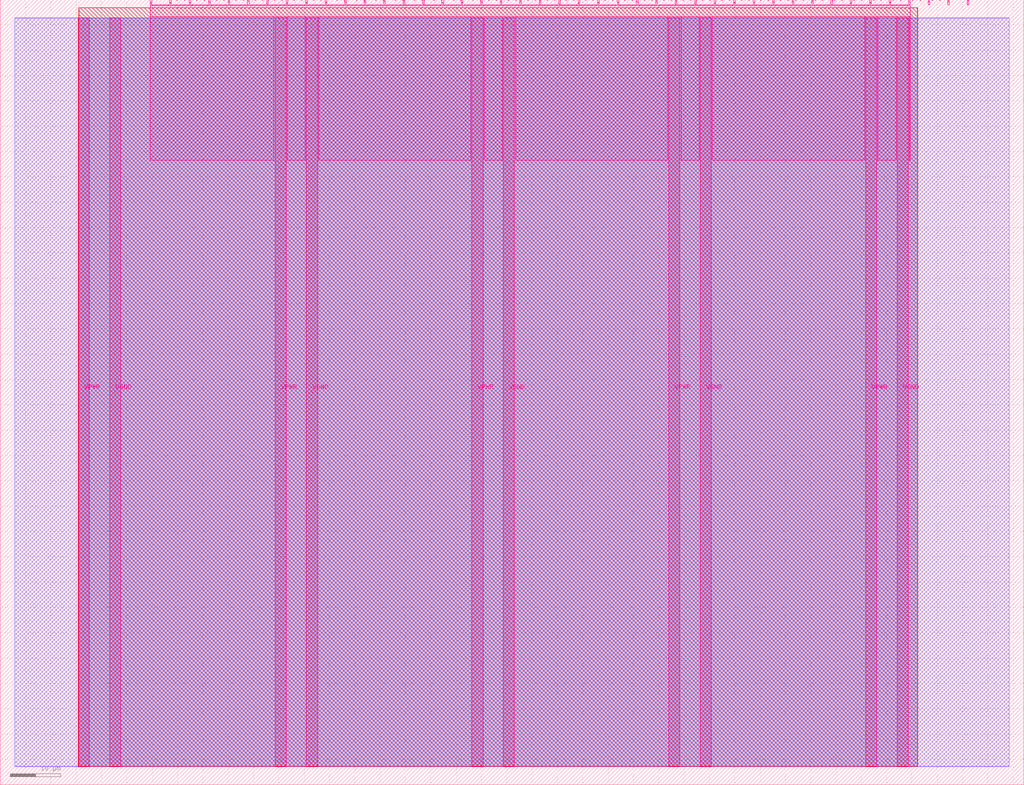
<source format=lef>
VERSION 5.7 ;
  NOWIREEXTENSIONATPIN ON ;
  DIVIDERCHAR "/" ;
  BUSBITCHARS "[]" ;
MACRO tt_um_koggestone_adder8
  CLASS BLOCK ;
  FOREIGN tt_um_koggestone_adder8 ;
  ORIGIN 0.000 0.000 ;
  SIZE 202.080 BY 154.980 ;
  PIN VGND
    DIRECTION INOUT ;
    USE GROUND ;
    PORT
      LAYER Metal5 ;
        RECT 21.580 3.560 23.780 151.420 ;
    END
    PORT
      LAYER Metal5 ;
        RECT 60.450 3.560 62.650 151.420 ;
    END
    PORT
      LAYER Metal5 ;
        RECT 99.320 3.560 101.520 151.420 ;
    END
    PORT
      LAYER Metal5 ;
        RECT 138.190 3.560 140.390 151.420 ;
    END
    PORT
      LAYER Metal5 ;
        RECT 177.060 3.560 179.260 151.420 ;
    END
  END VGND
  PIN VPWR
    DIRECTION INOUT ;
    USE POWER ;
    PORT
      LAYER Metal5 ;
        RECT 15.380 3.560 17.580 151.420 ;
    END
    PORT
      LAYER Metal5 ;
        RECT 54.250 3.560 56.450 151.420 ;
    END
    PORT
      LAYER Metal5 ;
        RECT 93.120 3.560 95.320 151.420 ;
    END
    PORT
      LAYER Metal5 ;
        RECT 131.990 3.560 134.190 151.420 ;
    END
    PORT
      LAYER Metal5 ;
        RECT 170.860 3.560 173.060 151.420 ;
    END
  END VPWR
  PIN clk
    DIRECTION INPUT ;
    USE SIGNAL ;
    PORT
      LAYER Metal5 ;
        RECT 187.050 153.980 187.350 154.980 ;
    END
  END clk
  PIN ena
    DIRECTION INPUT ;
    USE SIGNAL ;
    PORT
      LAYER Metal5 ;
        RECT 190.890 153.980 191.190 154.980 ;
    END
  END ena
  PIN rst_n
    DIRECTION INPUT ;
    USE SIGNAL ;
    PORT
      LAYER Metal5 ;
        RECT 183.210 153.980 183.510 154.980 ;
    END
  END rst_n
  PIN ui_in[0]
    DIRECTION INPUT ;
    USE SIGNAL ;
    ANTENNAGATEAREA 0.180700 ;
    PORT
      LAYER Metal5 ;
        RECT 179.370 153.980 179.670 154.980 ;
    END
  END ui_in[0]
  PIN ui_in[1]
    DIRECTION INPUT ;
    USE SIGNAL ;
    ANTENNAGATEAREA 0.180700 ;
    PORT
      LAYER Metal5 ;
        RECT 175.530 153.980 175.830 154.980 ;
    END
  END ui_in[1]
  PIN ui_in[2]
    DIRECTION INPUT ;
    USE SIGNAL ;
    ANTENNAGATEAREA 0.180700 ;
    PORT
      LAYER Metal5 ;
        RECT 171.690 153.980 171.990 154.980 ;
    END
  END ui_in[2]
  PIN ui_in[3]
    DIRECTION INPUT ;
    USE SIGNAL ;
    ANTENNAGATEAREA 0.180700 ;
    PORT
      LAYER Metal5 ;
        RECT 167.850 153.980 168.150 154.980 ;
    END
  END ui_in[3]
  PIN ui_in[4]
    DIRECTION INPUT ;
    USE SIGNAL ;
    ANTENNAGATEAREA 0.180700 ;
    PORT
      LAYER Metal5 ;
        RECT 164.010 153.980 164.310 154.980 ;
    END
  END ui_in[4]
  PIN ui_in[5]
    DIRECTION INPUT ;
    USE SIGNAL ;
    ANTENNAGATEAREA 0.180700 ;
    PORT
      LAYER Metal5 ;
        RECT 160.170 153.980 160.470 154.980 ;
    END
  END ui_in[5]
  PIN ui_in[6]
    DIRECTION INPUT ;
    USE SIGNAL ;
    ANTENNAGATEAREA 0.180700 ;
    PORT
      LAYER Metal5 ;
        RECT 156.330 153.980 156.630 154.980 ;
    END
  END ui_in[6]
  PIN ui_in[7]
    DIRECTION INPUT ;
    USE SIGNAL ;
    ANTENNAGATEAREA 0.180700 ;
    PORT
      LAYER Metal5 ;
        RECT 152.490 153.980 152.790 154.980 ;
    END
  END ui_in[7]
  PIN uio_in[0]
    DIRECTION INPUT ;
    USE SIGNAL ;
    ANTENNAGATEAREA 0.180700 ;
    PORT
      LAYER Metal5 ;
        RECT 148.650 153.980 148.950 154.980 ;
    END
  END uio_in[0]
  PIN uio_in[1]
    DIRECTION INPUT ;
    USE SIGNAL ;
    ANTENNAGATEAREA 0.180700 ;
    PORT
      LAYER Metal5 ;
        RECT 144.810 153.980 145.110 154.980 ;
    END
  END uio_in[1]
  PIN uio_in[2]
    DIRECTION INPUT ;
    USE SIGNAL ;
    ANTENNAGATEAREA 0.180700 ;
    PORT
      LAYER Metal5 ;
        RECT 140.970 153.980 141.270 154.980 ;
    END
  END uio_in[2]
  PIN uio_in[3]
    DIRECTION INPUT ;
    USE SIGNAL ;
    ANTENNAGATEAREA 0.180700 ;
    PORT
      LAYER Metal5 ;
        RECT 137.130 153.980 137.430 154.980 ;
    END
  END uio_in[3]
  PIN uio_in[4]
    DIRECTION INPUT ;
    USE SIGNAL ;
    ANTENNAGATEAREA 0.180700 ;
    PORT
      LAYER Metal5 ;
        RECT 133.290 153.980 133.590 154.980 ;
    END
  END uio_in[4]
  PIN uio_in[5]
    DIRECTION INPUT ;
    USE SIGNAL ;
    ANTENNAGATEAREA 0.180700 ;
    PORT
      LAYER Metal5 ;
        RECT 129.450 153.980 129.750 154.980 ;
    END
  END uio_in[5]
  PIN uio_in[6]
    DIRECTION INPUT ;
    USE SIGNAL ;
    ANTENNAGATEAREA 0.180700 ;
    PORT
      LAYER Metal5 ;
        RECT 125.610 153.980 125.910 154.980 ;
    END
  END uio_in[6]
  PIN uio_in[7]
    DIRECTION INPUT ;
    USE SIGNAL ;
    ANTENNAGATEAREA 0.180700 ;
    PORT
      LAYER Metal5 ;
        RECT 121.770 153.980 122.070 154.980 ;
    END
  END uio_in[7]
  PIN uio_oe[0]
    DIRECTION OUTPUT ;
    USE SIGNAL ;
    ANTENNADIFFAREA 0.299200 ;
    PORT
      LAYER Metal5 ;
        RECT 56.490 153.980 56.790 154.980 ;
    END
  END uio_oe[0]
  PIN uio_oe[1]
    DIRECTION OUTPUT ;
    USE SIGNAL ;
    ANTENNADIFFAREA 0.299200 ;
    PORT
      LAYER Metal5 ;
        RECT 52.650 153.980 52.950 154.980 ;
    END
  END uio_oe[1]
  PIN uio_oe[2]
    DIRECTION OUTPUT ;
    USE SIGNAL ;
    ANTENNADIFFAREA 0.299200 ;
    PORT
      LAYER Metal5 ;
        RECT 48.810 153.980 49.110 154.980 ;
    END
  END uio_oe[2]
  PIN uio_oe[3]
    DIRECTION OUTPUT ;
    USE SIGNAL ;
    ANTENNADIFFAREA 0.299200 ;
    PORT
      LAYER Metal5 ;
        RECT 44.970 153.980 45.270 154.980 ;
    END
  END uio_oe[3]
  PIN uio_oe[4]
    DIRECTION OUTPUT ;
    USE SIGNAL ;
    ANTENNADIFFAREA 0.299200 ;
    PORT
      LAYER Metal5 ;
        RECT 41.130 153.980 41.430 154.980 ;
    END
  END uio_oe[4]
  PIN uio_oe[5]
    DIRECTION OUTPUT ;
    USE SIGNAL ;
    ANTENNADIFFAREA 0.299200 ;
    PORT
      LAYER Metal5 ;
        RECT 37.290 153.980 37.590 154.980 ;
    END
  END uio_oe[5]
  PIN uio_oe[6]
    DIRECTION OUTPUT ;
    USE SIGNAL ;
    ANTENNADIFFAREA 0.299200 ;
    PORT
      LAYER Metal5 ;
        RECT 33.450 153.980 33.750 154.980 ;
    END
  END uio_oe[6]
  PIN uio_oe[7]
    DIRECTION OUTPUT ;
    USE SIGNAL ;
    ANTENNADIFFAREA 0.299200 ;
    PORT
      LAYER Metal5 ;
        RECT 29.610 153.980 29.910 154.980 ;
    END
  END uio_oe[7]
  PIN uio_out[0]
    DIRECTION OUTPUT ;
    USE SIGNAL ;
    ANTENNADIFFAREA 0.299200 ;
    PORT
      LAYER Metal5 ;
        RECT 87.210 153.980 87.510 154.980 ;
    END
  END uio_out[0]
  PIN uio_out[1]
    DIRECTION OUTPUT ;
    USE SIGNAL ;
    ANTENNADIFFAREA 0.299200 ;
    PORT
      LAYER Metal5 ;
        RECT 83.370 153.980 83.670 154.980 ;
    END
  END uio_out[1]
  PIN uio_out[2]
    DIRECTION OUTPUT ;
    USE SIGNAL ;
    ANTENNADIFFAREA 0.299200 ;
    PORT
      LAYER Metal5 ;
        RECT 79.530 153.980 79.830 154.980 ;
    END
  END uio_out[2]
  PIN uio_out[3]
    DIRECTION OUTPUT ;
    USE SIGNAL ;
    ANTENNADIFFAREA 0.299200 ;
    PORT
      LAYER Metal5 ;
        RECT 75.690 153.980 75.990 154.980 ;
    END
  END uio_out[3]
  PIN uio_out[4]
    DIRECTION OUTPUT ;
    USE SIGNAL ;
    ANTENNADIFFAREA 0.299200 ;
    PORT
      LAYER Metal5 ;
        RECT 71.850 153.980 72.150 154.980 ;
    END
  END uio_out[4]
  PIN uio_out[5]
    DIRECTION OUTPUT ;
    USE SIGNAL ;
    ANTENNADIFFAREA 0.299200 ;
    PORT
      LAYER Metal5 ;
        RECT 68.010 153.980 68.310 154.980 ;
    END
  END uio_out[5]
  PIN uio_out[6]
    DIRECTION OUTPUT ;
    USE SIGNAL ;
    ANTENNADIFFAREA 0.299200 ;
    PORT
      LAYER Metal5 ;
        RECT 64.170 153.980 64.470 154.980 ;
    END
  END uio_out[6]
  PIN uio_out[7]
    DIRECTION OUTPUT ;
    USE SIGNAL ;
    ANTENNADIFFAREA 0.299200 ;
    PORT
      LAYER Metal5 ;
        RECT 60.330 153.980 60.630 154.980 ;
    END
  END uio_out[7]
  PIN uo_out[0]
    DIRECTION OUTPUT ;
    USE SIGNAL ;
    ANTENNADIFFAREA 0.654800 ;
    PORT
      LAYER Metal5 ;
        RECT 117.930 153.980 118.230 154.980 ;
    END
  END uo_out[0]
  PIN uo_out[1]
    DIRECTION OUTPUT ;
    USE SIGNAL ;
    ANTENNADIFFAREA 0.654800 ;
    PORT
      LAYER Metal5 ;
        RECT 114.090 153.980 114.390 154.980 ;
    END
  END uo_out[1]
  PIN uo_out[2]
    DIRECTION OUTPUT ;
    USE SIGNAL ;
    ANTENNADIFFAREA 0.654800 ;
    PORT
      LAYER Metal5 ;
        RECT 110.250 153.980 110.550 154.980 ;
    END
  END uo_out[2]
  PIN uo_out[3]
    DIRECTION OUTPUT ;
    USE SIGNAL ;
    ANTENNADIFFAREA 0.654800 ;
    PORT
      LAYER Metal5 ;
        RECT 106.410 153.980 106.710 154.980 ;
    END
  END uo_out[3]
  PIN uo_out[4]
    DIRECTION OUTPUT ;
    USE SIGNAL ;
    ANTENNADIFFAREA 0.654800 ;
    PORT
      LAYER Metal5 ;
        RECT 102.570 153.980 102.870 154.980 ;
    END
  END uo_out[4]
  PIN uo_out[5]
    DIRECTION OUTPUT ;
    USE SIGNAL ;
    ANTENNADIFFAREA 0.654800 ;
    PORT
      LAYER Metal5 ;
        RECT 98.730 153.980 99.030 154.980 ;
    END
  END uo_out[5]
  PIN uo_out[6]
    DIRECTION OUTPUT ;
    USE SIGNAL ;
    ANTENNADIFFAREA 0.654800 ;
    PORT
      LAYER Metal5 ;
        RECT 94.890 153.980 95.190 154.980 ;
    END
  END uo_out[6]
  PIN uo_out[7]
    DIRECTION OUTPUT ;
    USE SIGNAL ;
    ANTENNADIFFAREA 0.654800 ;
    PORT
      LAYER Metal5 ;
        RECT 91.050 153.980 91.350 154.980 ;
    END
  END uo_out[7]
  OBS
      LAYER GatPoly ;
        RECT 2.880 3.630 199.200 151.350 ;
      LAYER Metal1 ;
        RECT 2.880 3.560 199.200 151.420 ;
      LAYER Metal2 ;
        RECT 15.515 3.680 181.105 151.300 ;
      LAYER Metal3 ;
        RECT 15.560 3.635 181.060 153.445 ;
      LAYER Metal4 ;
        RECT 15.515 3.680 181.105 153.400 ;
      LAYER Metal5 ;
        RECT 30.120 153.770 33.240 153.980 ;
        RECT 33.960 153.770 37.080 153.980 ;
        RECT 37.800 153.770 40.920 153.980 ;
        RECT 41.640 153.770 44.760 153.980 ;
        RECT 45.480 153.770 48.600 153.980 ;
        RECT 49.320 153.770 52.440 153.980 ;
        RECT 53.160 153.770 56.280 153.980 ;
        RECT 57.000 153.770 60.120 153.980 ;
        RECT 60.840 153.770 63.960 153.980 ;
        RECT 64.680 153.770 67.800 153.980 ;
        RECT 68.520 153.770 71.640 153.980 ;
        RECT 72.360 153.770 75.480 153.980 ;
        RECT 76.200 153.770 79.320 153.980 ;
        RECT 80.040 153.770 83.160 153.980 ;
        RECT 83.880 153.770 87.000 153.980 ;
        RECT 87.720 153.770 90.840 153.980 ;
        RECT 91.560 153.770 94.680 153.980 ;
        RECT 95.400 153.770 98.520 153.980 ;
        RECT 99.240 153.770 102.360 153.980 ;
        RECT 103.080 153.770 106.200 153.980 ;
        RECT 106.920 153.770 110.040 153.980 ;
        RECT 110.760 153.770 113.880 153.980 ;
        RECT 114.600 153.770 117.720 153.980 ;
        RECT 118.440 153.770 121.560 153.980 ;
        RECT 122.280 153.770 125.400 153.980 ;
        RECT 126.120 153.770 129.240 153.980 ;
        RECT 129.960 153.770 133.080 153.980 ;
        RECT 133.800 153.770 136.920 153.980 ;
        RECT 137.640 153.770 140.760 153.980 ;
        RECT 141.480 153.770 144.600 153.980 ;
        RECT 145.320 153.770 148.440 153.980 ;
        RECT 149.160 153.770 152.280 153.980 ;
        RECT 153.000 153.770 156.120 153.980 ;
        RECT 156.840 153.770 159.960 153.980 ;
        RECT 160.680 153.770 163.800 153.980 ;
        RECT 164.520 153.770 167.640 153.980 ;
        RECT 168.360 153.770 171.480 153.980 ;
        RECT 172.200 153.770 175.320 153.980 ;
        RECT 176.040 153.770 179.160 153.980 ;
        RECT 29.660 151.630 179.620 153.770 ;
        RECT 29.660 123.335 54.040 151.630 ;
        RECT 56.660 123.335 60.240 151.630 ;
        RECT 62.860 123.335 92.910 151.630 ;
        RECT 95.530 123.335 99.110 151.630 ;
        RECT 101.730 123.335 131.780 151.630 ;
        RECT 134.400 123.335 137.980 151.630 ;
        RECT 140.600 123.335 170.650 151.630 ;
        RECT 173.270 123.335 176.850 151.630 ;
        RECT 179.470 123.335 179.620 151.630 ;
  END
END tt_um_koggestone_adder8
END LIBRARY


</source>
